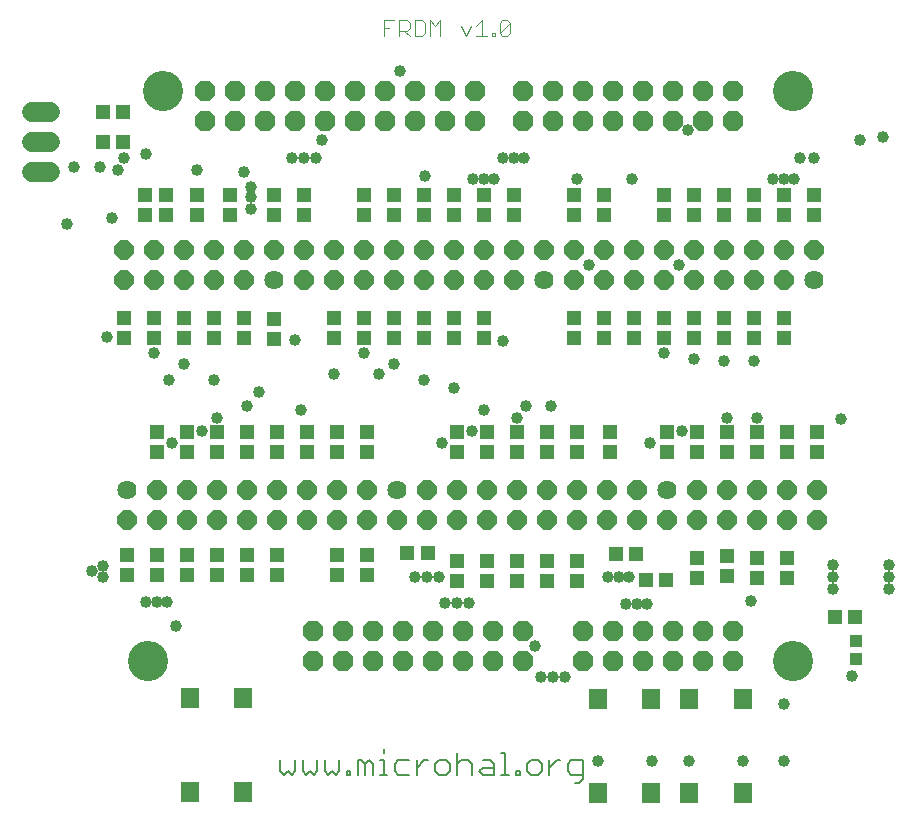
<source format=gts>
G75*
%MOIN*%
%OFA0B0*%
%FSLAX25Y25*%
%IPPOS*%
%LPD*%
%AMOC8*
5,1,8,0,0,1.08239X$1,22.5*
%
%ADD10C,0.00600*%
%ADD11C,0.00400*%
%ADD12OC8,0.06800*%
%ADD13C,0.13398*%
%ADD14C,0.06400*%
%ADD15OC8,0.06400*%
%ADD16R,0.03950X0.03950*%
%ADD17R,0.05131X0.04737*%
%ADD18R,0.04737X0.05131*%
%ADD19R,0.05918X0.06902*%
%ADD20C,0.06800*%
%ADD21C,0.03975*%
D10*
X0100800Y0024534D02*
X0102034Y0023300D01*
X0103269Y0024534D01*
X0104503Y0023300D01*
X0105738Y0024534D01*
X0105738Y0028238D01*
X0108166Y0028238D02*
X0108166Y0024534D01*
X0109401Y0023300D01*
X0110635Y0024534D01*
X0111869Y0023300D01*
X0113104Y0024534D01*
X0113104Y0028238D01*
X0115533Y0028238D02*
X0115533Y0024534D01*
X0116767Y0023300D01*
X0118001Y0024534D01*
X0119236Y0023300D01*
X0120470Y0024534D01*
X0120470Y0028238D01*
X0122899Y0024534D02*
X0124133Y0024534D01*
X0124133Y0023300D01*
X0122899Y0023300D01*
X0122899Y0024534D01*
X0126582Y0023300D02*
X0126582Y0028238D01*
X0127816Y0028238D01*
X0129051Y0027003D01*
X0130285Y0028238D01*
X0131520Y0027003D01*
X0131520Y0023300D01*
X0133948Y0023300D02*
X0136417Y0023300D01*
X0135183Y0023300D02*
X0135183Y0028238D01*
X0133948Y0028238D01*
X0135183Y0030706D02*
X0135183Y0031941D01*
X0140094Y0028238D02*
X0138859Y0027003D01*
X0138859Y0024534D01*
X0140094Y0023300D01*
X0143797Y0023300D01*
X0146225Y0023300D02*
X0146225Y0028238D01*
X0143797Y0028238D02*
X0140094Y0028238D01*
X0146225Y0025769D02*
X0148694Y0028238D01*
X0149929Y0028238D01*
X0152364Y0027003D02*
X0152364Y0024534D01*
X0153598Y0023300D01*
X0156067Y0023300D01*
X0157302Y0024534D01*
X0157302Y0027003D01*
X0156067Y0028238D01*
X0153598Y0028238D01*
X0152364Y0027003D01*
X0159730Y0027003D02*
X0160965Y0028238D01*
X0163433Y0028238D01*
X0164668Y0027003D01*
X0164668Y0023300D01*
X0167097Y0024534D02*
X0168331Y0025769D01*
X0172034Y0025769D01*
X0172034Y0027003D02*
X0172034Y0023300D01*
X0168331Y0023300D01*
X0167097Y0024534D01*
X0168331Y0028238D02*
X0170800Y0028238D01*
X0172034Y0027003D01*
X0174463Y0023300D02*
X0176932Y0023300D01*
X0175697Y0023300D02*
X0175697Y0030706D01*
X0174463Y0030706D01*
X0179374Y0024534D02*
X0180608Y0024534D01*
X0180608Y0023300D01*
X0179374Y0023300D01*
X0179374Y0024534D01*
X0183057Y0024534D02*
X0183057Y0027003D01*
X0184291Y0028238D01*
X0186760Y0028238D01*
X0187994Y0027003D01*
X0187994Y0024534D01*
X0186760Y0023300D01*
X0184291Y0023300D01*
X0183057Y0024534D01*
X0190423Y0023300D02*
X0190423Y0028238D01*
X0192892Y0028238D02*
X0194126Y0028238D01*
X0192892Y0028238D02*
X0190423Y0025769D01*
X0196562Y0027003D02*
X0196562Y0024534D01*
X0197796Y0023300D01*
X0201499Y0023300D01*
X0201499Y0022066D02*
X0201499Y0028238D01*
X0197796Y0028238D01*
X0196562Y0027003D01*
X0199031Y0020831D02*
X0200265Y0020831D01*
X0201499Y0022066D01*
X0159730Y0023300D02*
X0159730Y0030706D01*
X0129051Y0027003D02*
X0129051Y0023300D01*
X0100800Y0024534D02*
X0100800Y0028238D01*
D11*
X0135200Y0269700D02*
X0135200Y0274904D01*
X0138670Y0274904D01*
X0140356Y0274904D02*
X0142959Y0274904D01*
X0143826Y0274037D01*
X0143826Y0272302D01*
X0142959Y0271435D01*
X0140356Y0271435D01*
X0140356Y0269700D02*
X0140356Y0274904D01*
X0136935Y0272302D02*
X0135200Y0272302D01*
X0142091Y0271435D02*
X0143826Y0269700D01*
X0145513Y0269700D02*
X0148115Y0269700D01*
X0148982Y0270567D01*
X0148982Y0274037D01*
X0148115Y0274904D01*
X0145513Y0274904D01*
X0145513Y0269700D01*
X0150669Y0269700D02*
X0150669Y0274904D01*
X0152404Y0273170D01*
X0154139Y0274904D01*
X0154139Y0269700D01*
X0160982Y0273170D02*
X0162717Y0269700D01*
X0164452Y0273170D01*
X0166138Y0273170D02*
X0167873Y0274904D01*
X0167873Y0269700D01*
X0166138Y0269700D02*
X0169608Y0269700D01*
X0171295Y0269700D02*
X0172162Y0269700D01*
X0172162Y0270567D01*
X0171295Y0270567D01*
X0171295Y0269700D01*
X0173873Y0270567D02*
X0177343Y0274037D01*
X0177343Y0270567D01*
X0176475Y0269700D01*
X0174740Y0269700D01*
X0173873Y0270567D01*
X0173873Y0274037D01*
X0174740Y0274904D01*
X0176475Y0274904D01*
X0177343Y0274037D01*
D12*
X0181500Y0251500D03*
X0181500Y0241500D03*
X0191500Y0241500D03*
X0191500Y0251500D03*
X0201500Y0251500D03*
X0201500Y0241500D03*
X0211500Y0241500D03*
X0211500Y0251500D03*
X0221500Y0251500D03*
X0221500Y0241500D03*
X0231500Y0241500D03*
X0231500Y0251500D03*
X0241500Y0251500D03*
X0241500Y0241500D03*
X0251500Y0241500D03*
X0251500Y0251500D03*
X0165500Y0251500D03*
X0165500Y0241500D03*
X0155500Y0241500D03*
X0155500Y0251500D03*
X0145500Y0251500D03*
X0145500Y0241500D03*
X0135500Y0241500D03*
X0135500Y0251500D03*
X0125500Y0251500D03*
X0125500Y0241500D03*
X0115500Y0241500D03*
X0115500Y0251500D03*
X0105500Y0251500D03*
X0105500Y0241500D03*
X0095500Y0241500D03*
X0095500Y0251500D03*
X0085500Y0251500D03*
X0085500Y0241500D03*
X0075500Y0241500D03*
X0075500Y0251500D03*
X0111500Y0071500D03*
X0121500Y0071500D03*
X0131500Y0071500D03*
X0141500Y0071500D03*
X0151500Y0071500D03*
X0151500Y0061500D03*
X0141500Y0061500D03*
X0131500Y0061500D03*
X0121500Y0061500D03*
X0111500Y0061500D03*
X0161500Y0061500D03*
X0171500Y0061500D03*
X0181500Y0061500D03*
X0181500Y0071500D03*
X0171500Y0071500D03*
X0161500Y0071500D03*
X0201500Y0071500D03*
X0211500Y0071500D03*
X0221500Y0071500D03*
X0231500Y0071500D03*
X0241500Y0071500D03*
X0251500Y0071500D03*
X0251500Y0061500D03*
X0241500Y0061500D03*
X0231500Y0061500D03*
X0221500Y0061500D03*
X0211500Y0061500D03*
X0201500Y0061500D03*
D13*
X0271500Y0061500D03*
X0271500Y0251500D03*
X0061500Y0251500D03*
X0056500Y0061500D03*
D14*
X0049500Y0118500D03*
X0098500Y0188500D03*
X0139500Y0118500D03*
X0188500Y0188500D03*
X0229500Y0118500D03*
X0278500Y0188500D03*
D15*
X0268500Y0188500D03*
X0258500Y0188500D03*
X0248500Y0188500D03*
X0248500Y0198500D03*
X0258500Y0198500D03*
X0268500Y0198500D03*
X0278500Y0198500D03*
X0238500Y0198500D03*
X0228500Y0198500D03*
X0218500Y0198500D03*
X0208500Y0198500D03*
X0198500Y0198500D03*
X0188500Y0198500D03*
X0178500Y0198500D03*
X0168500Y0198500D03*
X0158500Y0198500D03*
X0148500Y0198500D03*
X0148500Y0188500D03*
X0158500Y0188500D03*
X0168500Y0188500D03*
X0178500Y0188500D03*
X0198500Y0188500D03*
X0208500Y0188500D03*
X0218500Y0188500D03*
X0228500Y0188500D03*
X0238500Y0188500D03*
X0239500Y0118500D03*
X0249500Y0118500D03*
X0259500Y0118500D03*
X0269500Y0118500D03*
X0279500Y0118500D03*
X0279500Y0108500D03*
X0269500Y0108500D03*
X0259500Y0108500D03*
X0249500Y0108500D03*
X0239500Y0108500D03*
X0229500Y0108500D03*
X0219500Y0108500D03*
X0219500Y0118500D03*
X0209500Y0118500D03*
X0199500Y0118500D03*
X0189500Y0118500D03*
X0179500Y0118500D03*
X0169500Y0118500D03*
X0159500Y0118500D03*
X0149500Y0118500D03*
X0149500Y0108500D03*
X0139500Y0108500D03*
X0129500Y0108500D03*
X0119500Y0108500D03*
X0119500Y0118500D03*
X0129500Y0118500D03*
X0109500Y0118500D03*
X0099500Y0118500D03*
X0089500Y0118500D03*
X0079500Y0118500D03*
X0069500Y0118500D03*
X0059500Y0118500D03*
X0059500Y0108500D03*
X0049500Y0108500D03*
X0069500Y0108500D03*
X0079500Y0108500D03*
X0089500Y0108500D03*
X0099500Y0108500D03*
X0109500Y0108500D03*
X0159500Y0108500D03*
X0169500Y0108500D03*
X0179500Y0108500D03*
X0189500Y0108500D03*
X0199500Y0108500D03*
X0209500Y0108500D03*
X0138500Y0188500D03*
X0128500Y0188500D03*
X0118500Y0188500D03*
X0108500Y0188500D03*
X0108500Y0198500D03*
X0098500Y0198500D03*
X0088500Y0198500D03*
X0078500Y0198500D03*
X0068500Y0198500D03*
X0058500Y0198500D03*
X0048500Y0198500D03*
X0048500Y0188500D03*
X0058500Y0188500D03*
X0068500Y0188500D03*
X0078500Y0188500D03*
X0088500Y0188500D03*
X0118500Y0198500D03*
X0128500Y0198500D03*
X0138500Y0198500D03*
D16*
X0292500Y0067953D03*
X0292500Y0062047D03*
D17*
X0269500Y0089154D03*
X0269500Y0095846D03*
X0259500Y0095846D03*
X0259500Y0089154D03*
X0249500Y0089654D03*
X0249500Y0096346D03*
X0239500Y0095846D03*
X0239500Y0089154D03*
X0199500Y0088154D03*
X0199500Y0094846D03*
X0189500Y0094846D03*
X0189500Y0088154D03*
X0179500Y0088154D03*
X0179500Y0094846D03*
X0169500Y0094846D03*
X0169500Y0088154D03*
X0159500Y0088154D03*
X0159500Y0094846D03*
X0129500Y0096846D03*
X0129500Y0090154D03*
X0119500Y0090154D03*
X0119500Y0096846D03*
X0099500Y0096846D03*
X0099500Y0090154D03*
X0089500Y0090154D03*
X0089500Y0096846D03*
X0079500Y0096846D03*
X0079500Y0090154D03*
X0069500Y0090154D03*
X0069500Y0096846D03*
X0059500Y0096846D03*
X0059500Y0090154D03*
X0049500Y0090154D03*
X0049500Y0096846D03*
X0059500Y0131154D03*
X0059500Y0137846D03*
X0069500Y0137846D03*
X0069500Y0131154D03*
X0079500Y0131154D03*
X0079500Y0137846D03*
X0089500Y0137846D03*
X0089500Y0131154D03*
X0099500Y0131154D03*
X0099500Y0137846D03*
X0109500Y0137846D03*
X0109500Y0131154D03*
X0119500Y0131154D03*
X0119500Y0137846D03*
X0129500Y0137846D03*
X0129500Y0131154D03*
X0159500Y0131154D03*
X0159500Y0137846D03*
X0169500Y0137846D03*
X0169500Y0131154D03*
X0179500Y0131154D03*
X0179500Y0137846D03*
X0189500Y0137846D03*
X0189500Y0131154D03*
X0199500Y0131154D03*
X0199500Y0137846D03*
X0210500Y0137846D03*
X0210500Y0131154D03*
X0229500Y0131154D03*
X0229500Y0137846D03*
X0239500Y0137846D03*
X0239500Y0131154D03*
X0249500Y0131154D03*
X0249500Y0137846D03*
X0259500Y0137846D03*
X0259500Y0131154D03*
X0269500Y0131154D03*
X0269500Y0137846D03*
X0279500Y0137846D03*
X0279500Y0131154D03*
X0268500Y0169154D03*
X0268500Y0175846D03*
X0258500Y0175846D03*
X0258500Y0169154D03*
X0248500Y0169154D03*
X0248500Y0175846D03*
X0238500Y0175846D03*
X0238500Y0169154D03*
X0228500Y0169154D03*
X0228500Y0175846D03*
X0218500Y0175846D03*
X0218500Y0169154D03*
X0208500Y0169154D03*
X0208500Y0175846D03*
X0198500Y0175846D03*
X0198500Y0169154D03*
X0168500Y0169154D03*
X0168500Y0175846D03*
X0158500Y0175846D03*
X0158500Y0169154D03*
X0148500Y0169154D03*
X0148500Y0175846D03*
X0138500Y0175846D03*
X0138500Y0169154D03*
X0128500Y0169154D03*
X0128500Y0175846D03*
X0118500Y0175846D03*
X0118500Y0169154D03*
X0098500Y0168654D03*
X0098500Y0175346D03*
X0088500Y0175846D03*
X0088500Y0169154D03*
X0078500Y0169154D03*
X0078500Y0175846D03*
X0068500Y0175846D03*
X0068500Y0169154D03*
X0058500Y0169154D03*
X0058500Y0175846D03*
X0048500Y0175846D03*
X0048500Y0169154D03*
X0055500Y0210154D03*
X0055500Y0216846D03*
X0062500Y0216846D03*
X0062500Y0210154D03*
X0073000Y0210154D03*
X0073000Y0216846D03*
X0084000Y0216846D03*
X0084000Y0210154D03*
X0098500Y0210154D03*
X0098500Y0216846D03*
X0108500Y0216846D03*
X0108500Y0210154D03*
X0128500Y0210154D03*
X0128500Y0216846D03*
X0138500Y0216846D03*
X0138500Y0210154D03*
X0148500Y0210154D03*
X0148500Y0216846D03*
X0158500Y0216846D03*
X0158500Y0210154D03*
X0168500Y0210154D03*
X0168500Y0216846D03*
X0178500Y0216846D03*
X0178500Y0210154D03*
X0198500Y0210154D03*
X0198500Y0216846D03*
X0208500Y0216846D03*
X0208500Y0210154D03*
X0228500Y0210154D03*
X0228500Y0216846D03*
X0238500Y0216846D03*
X0238500Y0210154D03*
X0248500Y0210154D03*
X0248500Y0216846D03*
X0258500Y0216846D03*
X0258500Y0210154D03*
X0268500Y0210154D03*
X0268500Y0216846D03*
X0278500Y0216846D03*
X0278500Y0210154D03*
D18*
X0219346Y0097000D03*
X0212654Y0097000D03*
X0222654Y0088500D03*
X0229346Y0088500D03*
X0285654Y0076000D03*
X0292346Y0076000D03*
X0149846Y0097500D03*
X0143154Y0097500D03*
X0048346Y0234500D03*
X0041654Y0234500D03*
X0041654Y0244500D03*
X0048346Y0244500D03*
D19*
X0070642Y0017850D03*
X0088358Y0017850D03*
X0088358Y0049150D03*
X0070642Y0049150D03*
X0206642Y0048650D03*
X0224358Y0048650D03*
X0237142Y0048650D03*
X0254858Y0048650D03*
X0254858Y0017350D03*
X0237142Y0017350D03*
X0224358Y0017350D03*
X0206642Y0017350D03*
D20*
X0024000Y0224500D02*
X0018000Y0224500D01*
X0018000Y0234500D02*
X0024000Y0234500D01*
X0024000Y0244500D02*
X0018000Y0244500D01*
D21*
X0032000Y0226000D03*
X0040500Y0226000D03*
X0046500Y0225000D03*
X0048500Y0229000D03*
X0056000Y0230500D03*
X0073000Y0225000D03*
X0088500Y0224500D03*
X0091000Y0219500D03*
X0091000Y0216000D03*
X0091000Y0212000D03*
X0104500Y0229000D03*
X0108500Y0229000D03*
X0112500Y0229000D03*
X0114500Y0235000D03*
X0140500Y0258000D03*
X0175000Y0229000D03*
X0178500Y0229000D03*
X0182000Y0229000D03*
X0172000Y0222000D03*
X0168500Y0222000D03*
X0165000Y0222000D03*
X0149000Y0223000D03*
X0199500Y0222000D03*
X0218000Y0222000D03*
X0236500Y0238500D03*
X0265000Y0222000D03*
X0268500Y0222000D03*
X0272000Y0222000D03*
X0274000Y0229000D03*
X0278500Y0229000D03*
X0294000Y0235000D03*
X0301500Y0236000D03*
X0233500Y0193500D03*
X0203500Y0193500D03*
X0175000Y0168000D03*
X0158500Y0152500D03*
X0148500Y0155000D03*
X0138500Y0160500D03*
X0133500Y0157000D03*
X0128500Y0164000D03*
X0118500Y0157000D03*
X0107500Y0145000D03*
X0093500Y0151000D03*
X0089500Y0146500D03*
X0079500Y0142500D03*
X0074500Y0138000D03*
X0064500Y0134000D03*
X0063500Y0155000D03*
X0068500Y0160500D03*
X0058500Y0164000D03*
X0043000Y0169500D03*
X0078500Y0155000D03*
X0105500Y0168500D03*
X0154500Y0134000D03*
X0164500Y0138000D03*
X0168500Y0145000D03*
X0179500Y0142500D03*
X0182500Y0146500D03*
X0191000Y0146500D03*
X0224000Y0134000D03*
X0234500Y0138000D03*
X0249500Y0142500D03*
X0259500Y0142500D03*
X0258500Y0161500D03*
X0248500Y0161500D03*
X0238500Y0162000D03*
X0228500Y0164000D03*
X0287500Y0142000D03*
X0285000Y0093500D03*
X0285000Y0089500D03*
X0285000Y0085500D03*
X0303500Y0085500D03*
X0303500Y0089500D03*
X0303500Y0093500D03*
X0291250Y0056250D03*
X0268510Y0047058D03*
X0268500Y0028000D03*
X0254858Y0028000D03*
X0237142Y0028000D03*
X0224500Y0028000D03*
X0206642Y0028000D03*
X0195500Y0056000D03*
X0191500Y0056000D03*
X0187500Y0056000D03*
X0185500Y0066500D03*
X0163494Y0080603D03*
X0159494Y0080603D03*
X0155494Y0080603D03*
X0153500Y0089500D03*
X0149500Y0089500D03*
X0145500Y0089500D03*
X0210000Y0089500D03*
X0213500Y0089500D03*
X0217000Y0089500D03*
X0216000Y0080500D03*
X0219500Y0080500D03*
X0223000Y0080500D03*
X0257500Y0081500D03*
X0066000Y0073000D03*
X0063005Y0080931D03*
X0059505Y0080931D03*
X0056005Y0080931D03*
X0041500Y0089500D03*
X0041500Y0093000D03*
X0038000Y0091500D03*
X0029500Y0207000D03*
X0044500Y0209000D03*
M02*

</source>
